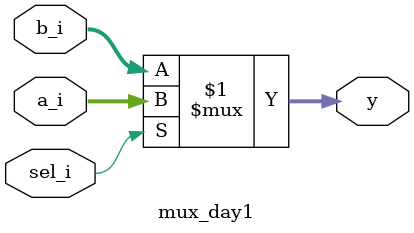
<source format=v>
`timescale 1ns / 1ps


module mux_day1(
input wire [31:0] a_i, b_i,
//input wire [3:0] a_i, b_i,
input wire sel_i,
output wire [31:0] y);
//output wire [3:0] y);

assign y = sel_i ? a_i : b_i; //if the value of sel is 1, the output will have the values
                             // of a_i else it will have the value of b_i
endmodule

</source>
